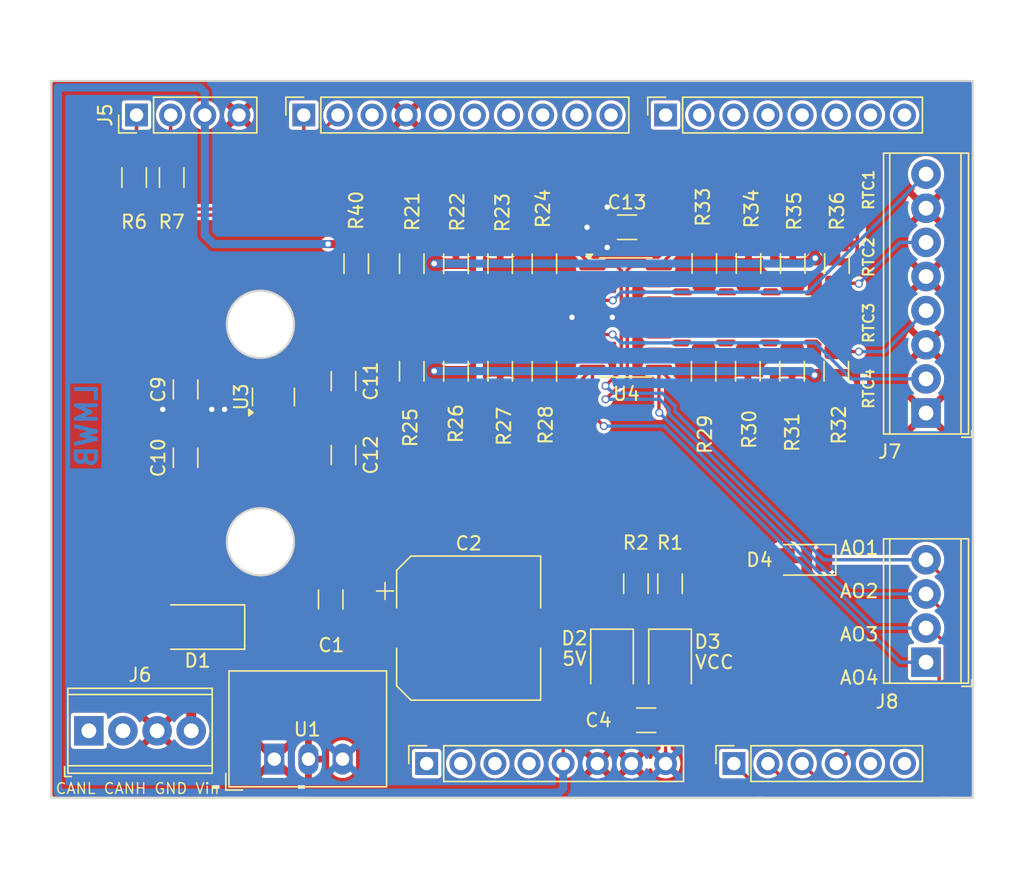
<source format=kicad_pcb>
(kicad_pcb (version 20240108) (generator "pcbnew") (generator_version "8.0")
  (title_block (date "mar. 31 mars 2015"))
  (layers (0 "F.Cu" signal) (31 "B.Cu" signal) (34 "B.Paste" user) (35 "F.Paste" user) (36 "B.SilkS" user "B.Silkscreen") (37 "F.SilkS" user "F.Silkscreen") (38 "B.Mask" user) (39 "F.Mask" user) (44 "Edge.Cuts" user))
  (net 0 "")
  (net 1 "GND")
  (net 2 "Net-(D1-K)")
  (net 3 "+5V")
  (net 4 "/IOREF")
  (net 5 "/A0")
  (net 6 "/A1")
  (net 7 "/A2")
  (net 8 "/A3")
  (net 9 "/SDA{slash}A4")
  (net 10 "/SCL{slash}A5")
  (net 11 "/13")
  (net 12 "/12")
  (net 13 "/AREF")
  (net 14 "/8")
  (net 15 "/7")
  (net 16 "/*11")
  (net 17 "/*10")
  (net 18 "/*9")
  (net 19 "/4")
  (net 20 "Net-(D2-K)")
  (net 21 "/*6")
  (net 22 "/*5")
  (net 23 "/TX{slash}1")
  (net 24 "Net-(D3-K)")
  (net 25 "/RX{slash}0")
  (net 26 "+3V3")
  (net 27 "VCC")
  (net 28 "/~{RESET}")
  (net 30 "VPP")
  (net 31 "/2")
  (net 32 "/*3")
  (net 33 "Net-(J5-Pin_1)")
  (net 34 "Net-(J5-Pin_2)")
  (net 35 "CAN_L-MB_A+")
  (net 36 "CAN_H-MB_B-")
  (net 37 "/A5")
  (net 38 "/A4")
  (net 39 "/messbruecke/PT100_2+")
  (net 40 "/messbruecke/PT100_3+")
  (net 41 "/messbruecke/PT100_1+")
  (net 42 "/messbruecke/PT100_4+")
  (net 43 "Net-(U4A--)")
  (net 44 "Net-(U4B--)")
  (net 45 "Net-(U4C--)")
  (net 46 "Net-(U4D--)")
  (net 47 "Vref")
  (footprint "Connector_PinSocket_2.54mm:PinSocket_1x08_P2.54mm_Vertical" (layer "F.Cu") (at 127.94 97.46 90)
    (property "Reference" "J1" (hide yes))
    (property "Value" "Power")
    (pad "1" thru_hole rect (at 0 0 90) (size 1.7 1.7) (drill 1) (layers "*.Cu" "*.Mask"))
    (pad "2" thru_hole oval (at 0 2.54 90) (size 1.7 1.7) (drill 1) (layers "*.Cu" "*.Mask") (net 4 "/IOREF"))
    (pad "3" thru_hole oval (at 0 5.08 90) (size 1.7 1.7) (drill 1) (layers "*.Cu" "*.Mask") (net 28 "/~{RESET}"))
    (pad "4" thru_hole oval (at 0 7.62 90) (size 1.7 1.7) (drill 1) (layers "*.Cu" "*.Mask") (net 26 "+3V3"))
    (pad "5" thru_hole oval (at 0 10.16 90) (size 1.7 1.7) (drill 1) (layers "*.Cu" "*.Mask") (net 3 "+5V"))
    (pad "6" thru_hole oval (at 0 12.7 90) (size 1.7 1.7) (drill 1) (layers "*.Cu" "*.Mask") (net 1 "GND"))
    (pad "7" thru_hole oval (at 0 15.24 90) (size 1.7 1.7) (drill 1) (layers "*.Cu" "*.Mask") (net 1 "GND"))
    (pad "8" thru_hole oval (at 0 17.78 90) (size 1.7 1.7) (drill 1) (layers "*.Cu" "*.Mask") (net 27 "VCC"))
  )
  (footprint "Connector_PinSocket_2.54mm:PinSocket_1x06_P2.54mm_Vertical" (layer "F.Cu") (at 150.8 97.46 90)
    (property "Reference" "J3" (hide yes))
    (property "Value" "Analog")
    (pad "1" thru_hole rect (at 0 0 90) (size 1.7 1.7) (drill 1) (layers "*.Cu" "*.Mask") (net 5 "/A0"))
    (pad "2" thru_hole oval (at 0 2.54 90) (size 1.7 1.7) (drill 1) (layers "*.Cu" "*.Mask") (net 6 "/A1"))
    (pad "3" thru_hole oval (at 0 5.08 90) (size 1.7 1.7) (drill 1) (layers "*.Cu" "*.Mask") (net 7 "/A2"))
    (pad "4" thru_hole oval (at 0 7.62 90) (size 1.7 1.7) (drill 1) (layers "*.Cu" "*.Mask") (net 8 "/A3"))
    (pad "5" thru_hole oval (at 0 10.16 90) (size 1.7 1.7) (drill 1) (layers "*.Cu" "*.Mask") (net 38 "/A4"))
    (pad "6" thru_hole oval (at 0 12.7 90) (size 1.7 1.7) (drill 1) (layers "*.Cu" "*.Mask") (net 37 "/A5"))
  )
  (footprint "Connector_PinSocket_2.54mm:PinSocket_1x10_P2.54mm_Vertical" (layer "F.Cu") (at 118.796 49.2 90)
    (property "Reference" "J2" (hide yes))
    (property "Value" "Digital/PWM")
    (pad "1" thru_hole rect (at 0 0 90) (size 1.7 1.7) (drill 1) (layers "*.Cu" "*.Mask") (net 10 "/SCL{slash}A5"))
    (pad "2" thru_hole oval (at 0 2.54 90) (size 1.7 1.7) (drill 1) (layers "*.Cu" "*.Mask") (net 9 "/SDA{slash}A4"))
    (pad "3" thru_hole oval (at 0 5.08 90) (size 1.7 1.7) (drill 1) (layers "*.Cu" "*.Mask") (net 13 "/AREF"))
    (pad "4" thru_hole oval (at 0 7.62 90) (size 1.7 1.7) (drill 1) (layers "*.Cu" "*.Mask") (net 1 "GND"))
    (pad "5" thru_hole oval (at 0 10.16 90) (size 1.7 1.7) (drill 1) (layers "*.Cu" "*.Mask") (net 11 "/13"))
    (pad "6" thru_hole oval (at 0 12.7 90) (size 1.7 1.7) (drill 1) (layers "*.Cu" "*.Mask") (net 12 "/12"))
    (pad "7" thru_hole oval (at 0 15.24 90) (size 1.7 1.7) (drill 1) (layers "*.Cu" "*.Mask") (net 16 "/*11"))
    (pad "8" thru_hole oval (at 0 17.78 90) (size 1.7 1.7) (drill 1) (layers "*.Cu" "*.Mask") (net 17 "/*10"))
    (pad "9" thru_hole oval (at 0 20.32 90) (size 1.7 1.7) (drill 1) (layers "*.Cu" "*.Mask") (net 18 "/*9"))
    (pad "10" thru_hole oval (at 0 22.86 90) (size 1.7 1.7) (drill 1) (layers "*.Cu" "*.Mask") (net 14 "/8"))
  )
  (footprint "Connector_PinSocket_2.54mm:PinSocket_1x08_P2.54mm_Vertical" (layer "F.Cu") (at 145.72 49.2 90)
    (property "Reference" "J4" (hide yes))
    (property "Value" "Digital/PWM")
    (pad "1" thru_hole rect (at 0 0 90) (size 1.7 1.7) (drill 1) (layers "*.Cu" "*.Mask") (net 15 "/7"))
    (pad "2" thru_hole oval (at 0 2.54 90) (size 1.7 1.7) (drill 1) (layers "*.Cu" "*.Mask") (net 21 "/*6"))
    (pad "3" thru_hole oval (at 0 5.08 90) (size 1.7 1.7) (drill 1) (layers "*.Cu" "*.Mask") (net 22 "/*5"))
    (pad "4" thru_hole oval (at 0 7.62 90) (size 1.7 1.7) (drill 1) (layers "*.Cu" "*.Mask") (net 19 "/4"))
    (pad "5" thru_hole oval (at 0 10.16 90) (size 1.7 1.7) (drill 1) (layers "*.Cu" "*.Mask") (net 32 "/*3"))
    (pad "6" thru_hole oval (at 0 12.7 90) (size 1.7 1.7) (drill 1) (layers "*.Cu" "*.Mask") (net 31 "/2"))
    (pad "7" thru_hole oval (at 0 15.24 90) (size 1.7 1.7) (drill 1) (layers "*.Cu" "*.Mask") (net 23 "/TX{slash}1"))
    (pad "8" thru_hole oval (at 0 17.78 90) (size 1.7 1.7) (drill 1) (layers "*.Cu" "*.Mask") (net 25 "/RX{slash}0"))
  )
  (footprint "Resistor_SMD:R_1206_3216Metric" (layer "F.Cu") (at 133.41 60.2625 90)
    (property "Reference" "R23" (at 3.8 0.175 90) (layer "F.SilkS"))
    (property "Value" "1k")
    (pad "1" smd roundrect (at -1.4625 0 90) (size 1.125 1.75) (layers "F.Cu" "F.Paste" "F.Mask") (roundrect_rratio 0.222222) (net 43 "Net-(U4A--)"))
    (pad "2" smd roundrect (at 1.4625 0 90) (size 1.125 1.75) (layers "F.Cu" "F.Paste" "F.Mask") (roundrect_rratio 0.222222) (net 1 "GND"))
  )
  (footprint "Connector_PinHeader_2.54mm:PinHeader_1x04_P2.54mm_Vertical" (layer "F.Cu") (at 106.35 49.2 90)
    (property "Reference" "J5" (at 0 -2.33 90) (layer "F.SilkS"))
    (property "Value" "Conn_01x04")
    (pad "1" thru_hole rect (at 0 0 90) (size 1.7 1.7) (drill 1) (layers "*.Cu" "*.Mask") (net 33 "Net-(J5-Pin_1)"))
    (pad "2" thru_hole oval (at 0 2.54 90) (size 1.7 1.7) (drill 1) (layers "*.Cu" "*.Mask") (net 34 "Net-(J5-Pin_2)"))
    (pad "3" thru_hole oval (at 0 5.08 90) (size 1.7 1.7) (drill 1) (layers "*.Cu" "*.Mask") (net 3 "+5V"))
    (pad "4" thru_hole oval (at 0 7.62 90) (size 1.7 1.7) (drill 1) (layers "*.Cu" "*.Mask") (net 1 "GND"))
  )
  (footprint "Capacitor_SMD:C_1206_3216Metric" (layer "F.Cu") (at 142.85 57.55)
    (property "Reference" "C13" (at 0 -1.850001 0) (layer "F.SilkS"))
    (property "Value" "0.1u")
    (pad "1" smd roundrect (at -1.475001 0) (size 1.15 1.8) (layers "F.Cu" "F.Paste" "F.Mask") (roundrect_rratio 0.217391) (net 27 "VCC"))
    (pad "2" smd roundrect (at 1.475001 0) (size 1.15 1.8) (layers "F.Cu" "F.Paste" "F.Mask") (roundrect_rratio 0.217391) (net 1 "GND"))
  )
  (footprint "Resistor_SMD:R_1206_3216Metric" (layer "F.Cu") (at 148.55 68.2625 90)
    (property "Reference" "R29" (at -4.7 0.1 90) (layer "F.SilkS"))
    (property "Value" "22k")
    (pad "1" smd roundrect (at -1.4625 0 90) (size 1.125 1.75) (layers "F.Cu" "F.Paste" "F.Mask") (roundrect_rratio 0.222222) (net 7 "/A2"))
    (pad "2" smd roundrect (at 1.4625 0 90) (size 1.125 1.75) (layers "F.Cu" "F.Paste" "F.Mask") (roundrect_rratio 0.222222) (net 45 "Net-(U4C--)"))
  )
  (footprint "Diode_SMD:D_1206_3216Metric" (layer "F.Cu") (at 156.1 82.3 180)
    (property "Reference" "D4" (at 3.4 0 360) (layer "F.SilkS"))
    (property "Value" "D_Zener")
    (pad "1" smd roundrect (at -1.399999 0 180) (size 1.25 1.75) (layers "F.Cu" "F.Paste" "F.Mask") (roundrect_rratio 0.2) (net 5 "/A0"))
    (pad "2" smd roundrect (at 1.399999 0 180) (size 1.25 1.75) (layers "F.Cu" "F.Paste" "F.Mask") (roundrect_rratio 0.2) (net 1 "GND"))
  )
  (footprint "Resistor_SMD:R_1206_3216Metric_Pad1.30x1.75mm_HandSolder" (layer "F.Cu") (at 146.05 84.074 90)
    (property "Reference" "R1" (at 3.048 0 180) (layer "F.SilkS"))
    (property "Value" "10k")
    (pad "1" smd roundrect (at -1.55 0 90) (size 1.3 1.75) (layers "F.Cu" "F.Paste" "F.Mask") (roundrect_rratio 0.1923076923) (net 24 "Net-(D3-K)"))
    (pad "2" smd roundrect (at 1.55 0 90) (size 1.3 1.75) (layers "F.Cu" "F.Paste" "F.Mask") (roundrect_rratio 0.1923076923) (net 1 "GND"))
  )
  (footprint "LED_SMD:LED_1210_3225Metric_Pad1.42x2.65mm_HandSolder" (layer "F.Cu") (at 146.05 89.916 -90)
    (property "Reference" "D3" (at -1.524 -2.794 0) (layer "F.SilkS"))
    (property "Value" "LED_YE")
    (pad "1" smd roundrect (at -1.4875 0 270) (size 1.425 2.65) (layers "F.Cu" "F.Paste" "F.Mask") (roundrect_rratio 0.1754392982) (net 24 "Net-(D3-K)"))
    (pad "2" smd roundrect (at 1.4875 0 270) (size 1.425 2.65) (layers "F.Cu" "F.Paste" "F.Mask") (roundrect_rratio 0.1754392982) (net 27 "VCC"))
  )
  (footprint "Resistor_SMD:R_1206_3216Metric_Pad1.30x1.75mm_HandSolder" (layer "F.Cu") (at 143.51 84.074 90)
    (property "Reference" "R2" (at 3.048 0 180) (layer "F.SilkS"))
    (property "Value" "3k3")
    (pad "1" smd roundrect (at -1.55 0 90) (size 1.3 1.75) (layers "F.Cu" "F.Paste" "F.Mask") (roundrect_rratio 0.1923076923) (net 20 "Net-(D2-K)"))
    (pad "2" smd roundrect (at 1.55 0 90) (size 1.3 1.75) (layers "F.Cu" "F.Paste" "F.Mask") (roundrect_rratio 0.1923076923) (net 1 "GND"))
  )
  (footprint "Resistor_SMD:R_1206_3216Metric" (layer "F.Cu") (at 130.12 60.2625 -90)
    (property "Reference" "R22" (at -3.85 -0.1 90) (layer "F.SilkS"))
    (property "Value" "10k")
    (pad "1" smd roundrect (at -1.4625 0 270) (size 1.125 1.75) (layers "F.Cu" "F.Paste" "F.Mask") (roundrect_rratio 0.222222) (net 47 "Vref"))
    (pad "2" smd roundrect (at 1.4625 0 270) (size 1.125 1.75) (layers "F.Cu" "F.Paste" "F.Mask") (roundrect_rratio 0.222222) (net 43 "Net-(U4A--)"))
  )
  (footprint "Capacitor_SMD:C_1206_3216Metric" (layer "F.Cu") (at 121.75 74.5 -90)
    (property "Reference" "C12" (at 0 -2.032 90) (layer "F.SilkS"))
    (property "Value" "0.1u")
    (pad "1" smd roundrect (at -1.475001 0 270) (size 1.15 1.8) (layers "F.Cu" "F.Paste" "F.Mask") (roundrect_rratio 0.217391) (net 47 "Vref"))
    (pad "2" smd roundrect (at 1.475001 0 270) (size 1.15 1.8) (layers "F.Cu" "F.Paste" "F.Mask") (roundrect_rratio 0.217391) (net 1 "GND"))
  )
  (footprint "TerminalBlock_Phoenix:TerminalBlock_Phoenix_MPT-0,5-8-2.54_1x08_P2.54mm_Horizontal" (layer "F.Cu") (at 165.1 71.374001 90)
    (property "Reference" "J7" (at -2.875999 -2.7 180) (layer "F.SilkS"))
    (property "Value" "Conn_01x08")
    (pad "1" thru_hole rect (at 0 0 90) (size 2.2 2.2) (drill 1.1) (layers "*.Cu" "*.Mask") (net 1 "GND"))
    (pad "2" thru_hole circle (at 2.54 0 90) (size 2.2 2.2) (drill 1.1) (layers "*.Cu" "*.Mask") (net 42 "/messbruecke/PT100_4+"))
    (pad "3" thru_hole circle (at 5.079999 0 90) (size 2.2 2.2) (drill 1.1) (layers "*.Cu" "*.Mask") (net 1 "GND"))
    (pad "4" thru_hole circle (at 7.62 0 90) (size 2.2 2.2) (drill 1.1) (layers "*.Cu" "*.Mask") (net 40 "/messbruecke/PT100_3+"))
    (pad "5" thru_hole circle (at 10.16 0 90) (size 2.2 2.2) (drill 1.1) (layers "*.Cu" "*.Mask") (net 1 "GND"))
    (pad "6" thru_hole circle (at 12.7 0 90) (size 2.2 2.2) (drill 1.1) (layers "*.Cu" "*.Mask") (net 39 "/messbruecke/PT100_2+"))
    (pad "7" thru_hole circle (at 15.24 0 90) (size 2.2 2.2) (drill 1.1) (layers "*.Cu" "*.Mask") (net 1 "GND"))
    (pad "8" thru_hole circle (at 17.780001 0 90) (size 2.2 2.2) (drill 1.1) (layers "*.Cu" "*.Mask") (net 41 "/messbruecke/PT100_1+"))
  )
  (footprint "Resistor_SMD:R_1206_3216Metric_Pad1.30x1.75mm_HandSolder" (layer "F.Cu") (at 106.172 53.848 90)
    (property "Reference" "R6" (at -3.302 0 0) (layer "F.SilkS"))
    (property "Value" "47")
    (pad "1" smd roundrect (at -1.55 0 90) (size 1.3 1.75) (layers "F.Cu" "F.Paste" "F.Mask") (roundrect_rratio 0.1923076923) (net 9 "/SDA{slash}A4"))
    (pad "2" smd roundrect (at 1.55 0 90) (size 1.3 1.75) (layers "F.Cu" "F.Paste" "F.Mask") (roundrect_rratio 0.1923076923) (net 33 "Net-(J5-Pin_1)"))
  )
  (footprint "TerminalBlock_Phoenix:TerminalBlock_Phoenix_MPT-0,5-4-2.54_1x04_P2.54mm_Horizontal" (layer "F.Cu") (at 102.8 95.02)
    (property "Reference" "J6" (at 3.81 -4.16 0) (layer "F.SilkS"))
    (property "Value" "Conn_01x04")
    (pad "1" thru_hole rect (at 0 0) (size 2.2 2.2) (drill 1.1) (layers "*.Cu" "*.Mask") (net 35 "CAN_L-MB_A+"))
    (pad "2" thru_hole circle (at 2.54 0) (size 2.2 2.2) (drill 1.1) (layers "*.Cu" "*.Mask") (net 36 "CAN_H-MB_B-"))
    (pad "3" thru_hole circle (at 5.08 0) (size 2.2 2.2) (drill 1.1) (layers "*.Cu" "*.Mask") (net 1 "GND"))
    (pad "4" thru_hole circle (at 7.62 0) (size 2.2 2.2) (drill 1.1) (layers "*.Cu" "*.Mask") (net 30 "VPP"))
  )
  (footprint "Resistor_SMD:R_1206_3216Metric" (layer "F.Cu") (at 151.89 60.25 90)
    (property "Reference" "R34" (at 4.075 0.23 90) (layer "F.SilkS"))
    (property "Value" "1k")
    (pad "1" smd roundrect (at -1.4625 0 90) (size 1.125 1.75) (layers "F.Cu" "F.Paste" "F.Mask") (roundrect_rratio 0.222222) (net 46 "Net-(U4D--)"))
    (pad "2" smd roundrect (at 1.4625 0 90) (size 1.125 1.75) (layers "F.Cu" "F.Paste" "F.Mask") (roundrect_rratio 0.222222) (net 1 "GND"))
  )
  (footprint "Resistor_SMD:R_1206_3216Metric" (layer "F.Cu") (at 155.13 68.2625 90)
    (property "Reference" "R31" (at -4.55 0.02 90) (layer "F.SilkS"))
    (property "Value" "10k")
    (pad "1" smd roundrect (at -1.4625 0 90) (size 1.125 1.75) (layers "F.Cu" "F.Paste" "F.Mask") (roundrect_rratio 0.222222) (net 47 "Vref"))
    (pad "2" smd roundrect (at 1.4625 0 90) (size 1.125 1.75) (layers "F.Cu" "F.Paste" "F.Mask") (roundrect_rratio 0.222222) (net 45 "Net-(U4C--)"))
  )
  (footprint "Resistor_SMD:R_1206_3216Metric" (layer "F.Cu") (at 122.7 60.2625 -90)
    (property "Reference" "R40" (at -3.9625 0 90) (layer "F.SilkS"))
    (property "Value" "0")
    (pad "1" smd roundrect (at -1.4625 0 270) (size 1.125 1.75) (layers "F.Cu" "F.Paste" "F.Mask") (roundrect_rratio 0.222222) (net 3 "+5V"))
    (pad "2" smd roundrect (at 1.4625 0 270) (size 1.125 1.75) (layers "F.Cu" "F.Paste" "F.Mask") (roundrect_rratio 0.222222) (net 47 "Vref"))
  )
  (footprint "Resistor_SMD:R_1206_3216Metric" (layer "F.Cu") (at 158.47 60.25 -90)
    (property "Reference" "R36" (at -3.9 -0.01 90) (layer "F.SilkS"))
    (property "Value" "10k")
    (pad "1" smd roundrect (at -1.4625 0 270) (size 1.125 1.75) (layers "F.Cu" "F.Paste" "F.Mask") (roundrect_rratio 0.222222) (net 47 "Vref"))
    (pad "2" smd roundrect (at 1.4625 0 270) (size 1.125 1.75) (layers "F.Cu" "F.Paste" "F.Mask") (roundrect_rratio 0.222222) (net 39 "/messbruecke/PT100_2+"))
  )
  (footprint "Diode_SMD:D_SMA" (layer "F.Cu") (at 110.89 87.3 180)
    (property "Reference" "D1" (at 0 -2.5 0) (layer "F.SilkS"))
    (property "Value" "US1D")
    (pad "1" smd roundrect (at -2 0 180) (size 2.5 1.8) (layers "F.Cu" "F.Paste" "F.Mask") (roundrect_rratio 0.1388888889) (net 2 "Net-(D1-K)"))
    (pad "2" smd roundrect (at 2 0 180) (size 2.5 1.8) (layers "F.Cu" "F.Paste" "F.Mask") (roundrect_rratio 0.1388888889) (net 30 "VPP"))
  )
  (footprint "Package_TO_SOT_SMD:SOT-23" (layer "F.Cu") (at 116.5375 70.175 90)
    (property "Reference" "U3" (at 0 -2.4 90) (layer "F.SilkS"))
    (property "Value" "MAX6105")
    (pad "1" smd roundrect (at -0.9375 -0.95 90) (size 1.475 0.6) (layers "F.Cu" "F.Paste" "F.Mask") (net 27 "VCC"))
    (pad "2" smd roundrect (at -0.9375 0.95 90) (size 1.475 0.6) (layers "F.Cu" "F.Paste" "F.Mask") (net 47 "Vref"))
    (pad "3" smd roundrect (at 0.937501 0 90) (size 1.475 0.6) (layers "F.Cu" "F.Paste" "F.Mask") (net 1 "GND"))
  )
  (footprint "Resistor_SMD:R_1206_3216Metric" (layer "F.Cu") (at 130.12 68.2625 90)
    (property "Reference" "R26" (at -3.9 0 90) (layer "F.SilkS"))
    (property "Value" "10k")
    (pad "1" smd roundrect (at -1.4625 0 90) (size 1.125 1.75) (layers "F.Cu" "F.Paste" "F.Mask") (roundrect_rratio 0.222222) (net 47 "Vref"))
    (pad "2" smd roundrect (at 1.4625 0 90) (size 1.125 1.75) (layers "F.Cu" "F.Paste" "F.Mask") (roundrect_rratio 0.222222) (net 44 "Net-(U4B--)"))
  )
  (footprint "Resistor_SMD:R_1206_3216Metric" (layer "F.Cu") (at 136.7 60.2625 -90)
    (property "Reference" "R24" (at -4.1 0.1 90) (layer "F.SilkS"))
    (property "Value" "22k")
    (pad "1" smd roundrect (at -1.4625 0 270) (size 1.125 1.75) (layers "F.Cu" "F.Paste" "F.Mask") (roundrect_rratio 0.222222) (net 5 "/A0"))
    (pad "2" smd roundrect (at 1.4625 0 270) (size 1.125 1.75) (layers "F.Cu" "F.Paste" "F.Mask") (roundrect_rratio 0.222222) (net 43 "Net-(U4A--)"))
  )
  (footprint "Resistor_SMD:R_1206_3216Metric" (layer "F.Cu") (at 155.18 60.25 -90)
    (property "Reference" "R35" (at -3.9 -0.115 90) (layer "F.SilkS"))
    (property "Value" "10k")
    (pad "1" smd roundrect (at -1.4625 0 270) (size 1.125 1.75) (layers "F.Cu" "F.Paste" "F.Mask") (roundrect_rratio 0.222222) (net 47 "Vref"))
    (pad "2" smd roundrect (at 1.4625 0 270) (size 1.125 1.75) (layers "F.Cu" "F.Paste" "F.Mask") (roundrect_rratio 0.222222) (net 46 "Net-(U4D--)"))
  )
  (footprint "Resistor_SMD:R_1206_3216Metric" (layer "F.Cu") (at 136.7 68.2625 90)
    (property "Reference" "R28" (at -4 0.1 90) (layer "F.SilkS"))
    (property "Value" "22k")
    (pad "1" smd roundrect (at -1.4625 0 90) (size 1.125 1.75) (layers "F.Cu" "F.Paste" "F.Mask") (roundrect_rratio 0.222222) (net 8 "/A3"))
    (pad "2" smd roundrect (at 1.4625 0 90) (size 1.125 1.75) (layers "F.Cu" "F.Paste" "F.Mask") (roundrect_rratio 0.222222) (net 44 "Net-(U4B--)"))
  )
  (footprint "Capacitor_SMD:C_1206_3216Metric" (layer "F.Cu") (at 110 74.7 -90)
    (property "Reference" "C10" (at 0 2.032 90) (layer "F.SilkS"))
    (property "Value" "10u")
    (pad "1" smd roundrect (at -1.475001 0 270) (size 1.15 1.8) (layers "F.Cu" "F.Paste" "F.Mask") (roundrect_rratio 0.217391) (net 27 "VCC"))
    (pad "2" smd roundrect (at 1.475001 0 270) (size 1.15 1.8) (layers "F.Cu" "F.Paste" "F.Mask") (roundrect_rratio 0.217391) (net 1 "GND"))
  )
  (footprint "LED_SMD:LED_1210_3225Metric_Pad1.42x2.65mm_HandSolder" (layer "F.Cu") (at 141.732 89.916 -90)
    (property "Reference" "D2" (at -1.778 2.794 0) (layer "F.SilkS"))
    (property "Value" "LED_YE")
    (pad "1" smd roundrect (at -1.4875 0 270) (size 1.425 2.65) (layers "F.Cu" "F.Paste" "F.Mask") (roundrect_rratio 0.1754392982) (net 20 "Net-(D2-K)"))
    (pad "2" smd roundrect (at 1.4875 0 270) (size 1.425 2.65) (layers "F.Cu" "F.Paste" "F.Mask") (roundrect_rratio 0.1754392982) (net 3 "+5V"))
  )
  (footprint "Capacitor_SMD:C_1206_3216Metric" (layer "F.Cu") (at 121.75 69 90)
    (property "Reference" "C11" (at 0 2.032 90) (layer "F.SilkS"))
    (property "Value" "1u")
    (pad "1" smd roundrect (at -1.475001 0 90) (size 1.15 1.8) (layers "F.Cu" "F.Paste" "F.Mask") (roundrect_rratio 0.217391) (net 47 "Vref"))
    (pad "2" smd roundrect (at 1.475001 0 90) (size 1.15 1.8) (layers "F.Cu" "F.Paste" "F.Mask") (roundrect_rratio 0.217391) (net 1 "GND"))
  )
  (footprint "Resistor_SMD:R_1206_3216Metric" (layer "F.Cu") (at 158.42 68.2625 90)
    (property "Reference" "R32" (at -4 0.2 90) (layer "F.SilkS"))
    (property "Value" "10k")
    (pad "1" smd roundrect (at -1.4625 0 90) (size 1.125 1.75) (layers "F.Cu" "F.Paste" "F.Mask") (roundrect_rratio 0.222222) (net 47 "Vref"))
    (pad "2" smd roundrect (at 1.4625 0 90) (size 1.125 1.75) (layers "F.Cu" "F.Paste" "F.Mask") (roundrect_rratio 0.222222) (net 40 "/messbruecke/PT100_3+"))
  )
  (footprint "Resistor_SMD:R_1206_3216Metric" (layer "F.Cu") (at 151.84 68.2625 -90)
    (property "Reference" "R30" (at 4.325 -0.11 90) (layer "F.SilkS"))
    (property "Value" "1k")
    (pad "1" smd roundrect (at -1.4625 0 270) (size 1.125 1.75) (layers "F.Cu" "F.Paste" "F.Mask") (roundrect_rratio 0.222222) (net 45 "Net-(U4C--)"))
    (pad "2" smd roundrect (at 1.4625 0 270) (size 1.125 1.75) (layers "F.Cu" "F.Paste" "F.Mask") (roundrect_rratio 0.222222) (net 1 "GND"))
  )
  (footprint "Capacitor_SMD:C_1206_3216Metric_Pad1.33x1.80mm_HandSolder" (layer "F.Cu") (at 144.272 94.234 180)
    (property "Reference" "C4" (at 3.556 0 0) (layer "F.SilkS"))
    (property "Value" "100n")
    (pad "1" smd roundrect (at -1.5625 0 180) (size 1.325 1.8) (layers "F.Cu" "F.Paste" "F.Mask") (roundrect_rratio 0.1886792453) (net 27 "VCC"))
    (pad "2" smd roundrect (at 1.5625 0 180) (size 1.325 1.8) (layers "F.Cu" "F.Paste" "F.Mask") (roundrect_rratio 0.1886792453) (net 1 "GND"))
  )
  (footprint "Capacitor_SMD:C_1206_3216Metric_Pad1.33x1.80mm_HandSolder" (layer "F.Cu") (at 120.8 85.25 90)
    (property "Reference" "C1" (at -3.4 0.05 0) (layer "F.SilkS"))
    (property "Value" "100n")
    (pad "1" smd roundrect (at -1.5625 0 90) (size 1.325 1.8) (layers "F.Cu" "F.Paste" "F.Mask") (roundrect_rratio 0.1886792453) (net 2 "Net-(D1-K)"))
    (pad "2" smd roundrect (at 1.5625 0 90) (size 1.325 1.8) (layers "F.Cu" "F.Paste" "F.Mask") (roundrect_rratio 0.1886792453) (net 1 "GND"))
  )
  (footprint "TerminalBlock_Phoenix:TerminalBlock_Phoenix_MPT-0,5-4-2.54_1x04_P2.54mm_Horizontal" (layer "F.Cu") (at 165.1 89.916 90)
    (property "Reference" "J8" (at -2.934 -2.9 180) (layer "F.SilkS"))
    (property "Value" "Conn_01x04")
    (pad "1" thru_hole rect (at 0 0 90) (size 2.2 2.2) (drill 1.1) (layers "*.Cu" "*.Mask") (net 8 "/A3"))
    (pad "2" thru_hole circle (at 2.54 0 90) (size 2.2 2.2) (drill 1.1) (layers "*.Cu" "*.Mask") (net 7 "/A2"))
    (pad "3" thru_hole circle (at 5.079999 0 90) (size 2.2 2.2) (drill 1.1) (layers "*.Cu" "*.Mask") (net 6 "/A1"))
    (pad "4" thru_hole circle (at 7.62 0 90) (size 2.2 2.2) (drill 1.1) (layers "*.Cu" "*.Mask") (net 5 "/A0"))
  )
  (footprint "Resistor_SMD:R_1206_3216Metric" (layer "F.Cu") (at 148.6 60.25 -90)
    (property "Reference" "R33" (at -4.2 0.1 90) (layer "F.SilkS"))
    (property "Value" "22k")
    (pad "1" smd roundrect (at -1.4625 0 270) (size 1.125 1.75) (layers "F.Cu" "F.Paste" "F.Mask") (roundrect_rratio 0.222222) (net 6 "/A1"))
    (pad "2" smd roundrect (at 1.4625 0 270) (size 1.125 1.75) (layers "F.Cu" "F.Paste" "F.Mask") (roundrect_rratio 0.222222) (net 46 "Net-(U4D--)"))
  )
  (footprint "Resistor_SMD:R_1206_3216Metric" (layer "F.Cu") (at 133.41 68.2625 -90)
    (property "Reference" "R27" (at 4.1 -0.29 90) (layer "F.SilkS"))
    (property "Value" "1k")
    (pad "1" smd roundrect (at -1.4625 0 270) (size 1.125 1.75) (layers "F.Cu" "F.Paste" "F.Mask") (roundrect_rratio 0.222222) (net 44 "Net-(U4B--)"))
    (pad "2" smd roundrect (at 1.4625 0 270) (size 1.125 1.75) (layers "F.Cu" "F.Paste" "F.Mask") (roundrect_rratio 0.222222) (net 1 "GND"))
  )
  (footprint "Package_SO:SOIC-14_3.9x8.7mm_P1.27mm" (layer "F.Cu") (at 142.748 64.262)
    (property "Reference" "U4" (at 0.052 5.688 0) (layer "F.SilkS"))
    (property "Value" "LM324")
    (pad "1" smd roundrect (at -2.475 -3.81) (size 1.95 0.6) (layers "F.Cu" "F.Paste" "F.Mask") (net 5 "/A0"))
    (pad "2" smd roundrect (at -2.475 -2.54) (size 1.95 0.6) (layers "F.Cu" "F.Paste" "F.Mask") (net 43 "Net-(U4A--)"))
    (pad "3" smd roundrect (at -2.475 -1.27) (size 1.95 0.6) (layers "F.Cu" "F.Paste" "F.Mask") (net 41 "/messbruecke/PT100_1+"))
    (pad "4" smd roundrect (at -2.475 0) (size 1.95 0.6) (layers "F.Cu" "F.Paste" "F.Mask") (net 27 "VCC"))
    (pad "5" smd roundrect (at -2.475 1.27) (size 1.95 0.6) (layers "F.Cu" "F.Paste" "F.Mask") (net 42 "/messbruecke/PT100_4+"))
    (pad "6" smd roundrect (at -2.475 2.54) (size 1.95 0.6) (layers "F.Cu" "F.Paste" "F.Mask") (net 44 "Net-(U4B--)"))
    (pad "7" smd roundrect (at -2.475 3.81) (size 1.95 0.6) (layers "F.Cu" "F.Paste" "F.Mask") (net 8 "/A3"))
    (pad "8" smd roundrect (at 2.475 3.81) (size 1.95 0.6) (layers "F.Cu" "F.Paste" "F.Mask") (net 7 "/A2"))
    (pad "9" smd roundrect (at 2.475 2.54) (size 1.95 0.6) (layers "F.Cu" "F.Paste" "F.Mask") (net 45 "Net-(U4C--)"))
    (pad "10" smd roundrect (at 2.475 1.27) (size 1.95 0.6) (layers "F.Cu" "F.Paste" "F.Mask") (net 40 "/messbruecke/PT100_3+"))
    (pad "11" smd roundrect (at 2.475 0) (size 1.95 0.6) (layers "F.Cu" "F.Paste" "F.Mask") (net 1 "GND"))
    (pad "12" smd roundrect (at 2.475 -1.27) (size 1.95 0.6) (layers "F.Cu" "F.Paste" "F.Mask") (net 39 "/messbruecke/PT100_2+"))
    (pad "13" smd roundrect (at 2.475 -2.54) (size 1.95 0.6) (layers "F.Cu" "F.Paste" "F.Mask") (net 46 "Net-(U4D--)"))
    (pad "14" smd roundrect (at 2.475 -3.81) (size 1.95 0.6) (layers "F.Cu" "F.Paste" "F.Mask") (net 6 "/A1"))
  )
  (footprint "Converter_DCDC:Converter_DCDC_RECOM_R-78E-0.5_THT" (layer "F.Cu") (at 116.603 97.1275)
    (property "Reference" "U1" (at 2.447 -2.2075 0) (layer "F.SilkS"))
    (property "Value" "R-78E9.0-0.5")
    (pad "1" thru_hole rect (at 0 0) (size 1.5 2.3) (drill 1) (layers "*.Cu" "*.Mask") (net 2 "Net-(D1-K)"))
    (pad "2" thru_hole oval (at 2.54 0) (size 1.5 2.3) (drill 1) (layers "*.Cu" "*.Mask") (net 1 "GND"))
    (pad "3" thru_hole oval (at 5.08 0) (size 1.5 2.3) (drill 1) (layers "*.Cu" "*.Mask") (net 27 "VCC"))
  )
  (footprint "Resistor_SMD:R_1206_3216Metric_Pad1.30x1.75mm_HandSolder" (layer "F.Cu") (at 108.966 53.848 90)
    (property "Reference" "R7" (at -3.302 0 180) (layer "F.SilkS"))
    (property "Value" "47")
    (pad "1" smd roundrect (at -1.55 0 90) (size 1.3 1.75) (layers "F.Cu" "F.Paste" "F.Mask") (roundrect_rratio 0.1923076923) (net 10 "/SCL{slash}A5"))
    (pad "2" smd roundrect (at 1.55 0 90) (size 1.3 1.75) (layers "F.Cu" "F.Paste" "F.Mask") (roundrect_rratio 0.1923076923) (net 34 "Net-(J5-Pin_2)"))
  )
  (footprint "Resistor_SMD:R_1206_3216Metric" (layer "F.Cu") (at 126.83 68.2625 90)
    (property "Reference" "R25" (at -4.2 -0.1 90) (layer "F.SilkS"))
    (property "Value" "10k")
    (pad "1" smd roundrect (at -1.4625 0 90) (size 1.125 1.75) (layers "F.Cu" "F.Paste" "F.Mask") (roundrect_rratio 0.222222) (net 47 "Vref"))
    (pad "2" smd roundrect (at 1.4625 0 90) (size 1.125 1.75) (layers "F.Cu" "F.Paste" "F.Mask") (roundrect_rratio 0.222222) (net 42 "/messbruecke/PT100_4+"))
  )
  (footprint "Resistor_SMD:R_1206_3216Metric" (layer "F.Cu") (at 126.83 60.2625 -90)
    (property "Reference" "R21" (at -3.875 -0.05 90) (layer "F.SilkS"))
    (property "Value" "10k")
    (pad "1" smd roundrect (at -1.4625 0 270) (size 1.125 1.75) (layers "F.Cu" "F.Paste" "F.Mask") (roundrect_rratio 0.222222) (net 47 "Vref"))
    (pad "2" smd roundrect (at 1.4625 0 270) (size 1.125 1.75) (layers "F.Cu" "F.Paste" "F.Mask") (roundrect_rratio 0.222222) (net 41 "/messbruecke/PT100_1+"))
  )
  (footprint "Capacitor_SMD:C_1206_3216Metric" (layer "F.Cu") (at 110 69.624999 90)
    (property "Reference" "C9" (at 0 -2.032 90) (layer "F.SilkS"))
    (property "Value" "0.1u")
    (pad "1" smd roundrect (at -1.475001 0 90) (size 1.15 1.8) (layers "F.Cu" "F.Paste" "F.Mask") (roundrect_rratio 0.217391) (net 27 "VCC"))
    (pad "2" smd roundrect (at 1.475001 0 90) (size 1.15 1.8) (layers "F.Cu" "F.Paste" "F.Mask") (roundrect_rratio 0.217391) (net 1 "GND"))
  )
  (footprint "Capacitor_SMD:CP_Elec_10x12.5" (layer "F.Cu") (at 131.064 87.376)
    (property "Reference" "C2" (at 0 -6.3 0) (layer "F.SilkS"))
    (property "Value" "47u")
    (pad "1" smd roundrect (at -4.2 0) (size 4.4 2.5) (layers "F.Cu" "F.Paste" "F.Mask") (roundrect_rratio 0.1) (net 2 "Net-(D1-K)"))
    (pad "2" smd roundrect (at 4.2 0) (size 4.4 2.5) (layers "F.Cu" "F.Paste" "F.Mask") (roundrect_rratio 0.1) (net 1 "GND"))
  )
  (gr_circle (center 115.57 64.77) (end 118.07 64.77) (stroke (width 0.15)) (fill none) (layer "Edge.Cuts"))
  (gr_rect (start 99.9998 46.6598) (end 168.5798 99.9998) (stroke (width 0.15)) (fill none) (layer "Edge.Cuts"))
  (gr_circle (center 115.57 80.95) (end 118.07 80.95) (stroke (width 0.15)) (fill none) (layer "Edge.Cuts"))
  (gr_text "LMWB" (at 102.65 72.3 90) (layer "B.Cu") (effects (font (size 1.5 1.5) (thickness 0.3)) (justify mirror)))
  (gr_text "VCC" (at 149.352 89.916 0) (layer "F.SilkS") (effects (font (size 1 1))))
  (gr_text "AO1\n\nAO2\n\nAO3\n\nAO4" (at 158.6 91.65 0) (layer "F.SilkS") (effects (font (size 1 1)) (justify left bottom)))
  (gr_text "RTC2" (at 161.3 61.35 90) (layer "F.SilkS") (effects (font (size 0.8 0.8)) (justify left bottom)))
  (gr_text "RTC1" (at 161.3 56.35 90) (layer "F.SilkS") (effects (font (size 0.8 0.8)) (justify left bottom)))
  (gr_text "CANL CANH GND Vin" (at 106.426 99.314 0) (layer "F.SilkS") (effects (font (size 0.8 0.8) (thickness 0.1))))
  (gr_text "5V" (at 138.938 89.662 0) (layer "F.SilkS") (effects (font (size 1 1))))
  (gr_text "RTC4" (at 161.3 71.15 90) (layer "F.SilkS") (effects (font (size 0.8 0.8)) (justify left bottom)))
  (gr_text "RTC3" (at 161.3 66.25 90) (layer "F.SilkS") (effects (font (size 0.8 0.8)) (justify left bottom)))
  (segment (start 138.1 91.9) (end 138.5965 91.4035) (width 0.25) (layer "F.Cu") (net 3))
  (segment (start 138.1 97.46) (end 138.1 91.9) (width 0.25) (layer "F.Cu") (net 3))
  (segment (start 138.5965 91.4035) (end 141.732 91.4035) (width 0.25) (layer "F.Cu") (net 3))
  (segment (start 120.6 58.8) (end 122.7 58.8) (width 0.6) (layer "F.Cu") (net 3))
  (via (at 120.6 58.8) (size 0.6) (drill 0.4) (layers "F.Cu" "B.Cu") (net 3))
  (segment (start 111.43 47.53) (end 111.05 47.15) (width 0.6) (layer "B.Cu") (net 3))
  (segment (start 100.5 47.15) (end 100.5 99.6248) (width 0.6) (layer "B.Cu") (net 3))
  (segment (start 111.43 58.13) (end 112.1 58.8) (width 0.6) (layer "B.Cu") (net 3))
  (segment (start 111.05 47.15) (end 100.5 47.15) (width 0.6) (layer "B.Cu") (net 3))
  (segment (start 138.1 99.3) (end 138.1 97.46) (width 0.6) (layer "B.Cu") (net 3))
  (segment (start 137.7752 99.6248) (end 138.1 99.3) (width 0.6) (layer "B.Cu") (net 3))
  (segment (start 111.43 49.2) (end 111.43 47.53) (width 0.6) (layer "B.Cu") (net 3))
  (segment (start 111.43 49.2) (end 111.43 58.13) (width 0.6) (layer "B.Cu") (net 3))
  (segment (start 100.5 99.6248) (end 137.7752 99.6248) (width 0.6) (layer "B.Cu") (net 3))
  (segment (start 112.1 58.8) (end 120.6 58.8) (width 0.6) (layer "B.Cu") (net 3))
  (segment (start 165.1 82.3) (end 167.425 84.625) (width 0.25) (layer "F.Cu") (net 5))
  (segment (start 166.1502 99.7998) (end 153.1398 99.7998) (width 0.25) (layer "F.Cu") (net 5))
  (segment (start 136.7 58.8) (end 138.621 58.8) (width 0.25) (layer "F.Cu") (net 5))
  (segment (start 141.250003 69.35) (end 142.417 68.183003) (width 0.25) (layer "F.Cu") (net 5))
  (segment (start 142.417 68.183003) (end 142.417 60.767) (width 0.25) (layer "F.Cu") (net 5))
  (segment (start 157.503999 82.296) (end 157.499999 82.3) (width 0.25) (layer "F.Cu") (net 5))
  (segment (start 142.417 60.767) (end 142.102 60.452) (width 0.25) (layer "F.Cu") (net 5))
  (segment (start 167.425 98.525) (end 166.1502 99.7998) (width 0.25) (layer "F.Cu") (net 5))
  (segment (start 165.1 82.296) (end 157.503999 82.296) (width 0.25) (layer "F.Cu") (net 5))
  (segment (start 142.102 60.452) (end 140.273 60.452) (width 0.25) (layer "F.Cu") (net 5))
  (segment (start 138.621 58.8) (end 140.273 60.452) (width 0.25) (layer "F.Cu") (net 5))
  (segment (start 153.1398 99.7998) (end 150.8 97.46) (width 0.25) (layer "F.Cu") (net 5))
  (segment (start 165.1 82.296) (end 165.1 82.3) (width 0.25) (layer "F.Cu") (net 5))
  (segment (start 167.425 84.625) (end 167.425 98.525) (width 0.25) (layer "F.Cu") (net 5))
  (via (at 141.250003 69.35) (size 0.6) (drill 0.4) (layers "F.Cu" "B.Cu") (net 5))
  (segment (start 146.425 71.249672) (end 157.471328 82.296) (width 0.25) (layer "B.Cu") (net 5))
  (segment (start 157.471328 82.296) (end 165.1 82.296) (width 0.25) (layer "B.Cu") (net 5))
  (segment (start 141.825304 69.900002) (end 145.464239 69.900002) (width 0.25) (layer "B.Cu") (net 5))
  (segment (start 141.250003 69.35) (end 141.525005 69.625002) (width 0.25) (layer "B.Cu") (net 5))
  (segment (start 141.550304 69.625002) (end 141.825304 69.900002) (width 0.25) (layer "B.Cu") (net 5))
  (segment (start 145.464239 69.900002) (end 146.425 70.860763) (width 0.25) (layer "B.Cu") (net 5))
  (segment (start 146.425 70.860763) (end 146.425 71.249672) (width 0.25) (layer "B.Cu") (net 5))
  (segment (start 141.525005 69.625002) (end 141.550304 69.625002) (width 0.25) (layer "B.Cu") (net 5))
  (segment (start 141.550308 70.075) (end 142.867 68.758308) (width 0.25) (layer "F.Cu") (net 6))
  (segment (start 148.6 58.7875) (end 146.8875 58.7875) (width 0.25) (layer "F.Cu") (net 6))
  (segment (start 143.148 60.452) (end 145.223 60.452) (width 0.25) (layer "F.Cu") (net 6))
  (segment (start 142.867 68.758308) (end 142.867 60.733) (width 0.25) (layer "F.Cu") (net 6))
  (segment (start 165.963804 99.3498) (end 155.2298 99.3498) (width 0.25) (layer "F.Cu") (net 6))
  (segment (start 141.249999 70.350002) (end 141.525001 70.075) (width 0.25) (layer "F.Cu") (net 6))
  (segment (start 141.525001 70.075) (end 141.550308 70.075) (width 0.25) (layer "F.Cu") (net 6))
  (segment (start 146.8875 58.7875) (end 145.223 60.452) (width 0.25) (layer "F.Cu") (net 6))
  (segment (start 166.975 98.338604) (end 165.963804 99.3498) (width 0.25) (layer "F.Cu") (net 6))
  (segment (start 155.2298 99.3498) (end 153.34 97.46) (width 0.25) (layer "F.Cu") (net 6))
  (segment (start 165.1 84.836001) (end 166.975 86.711001) (width 0.25) (layer "F.Cu") (net 6))
  (segment (start 166.975 86.711001) (end 166.975 98.338604) (width 0.25) (layer "F.Cu") (net 6))
  (segment (start 142.867 60.733) (end 143.148 60.452) (width 0.25) (layer "F.Cu") (net 6))
  (via (at 141.249999 70.350002) (size 0.6) (drill 0.4) (layers "F.Cu" "B.Cu") (net 6))
  (segment (start 145.975 71.047159) (end 145.975 71.436068) (width 0.25) (layer "B.Cu") (net 6))
  (segment (start 141.249999 70.350002) (end 145.277843 70.350002) (width 0.25) (layer "B.Cu") (net 6))
  (segment (start 145.975 71.436068) (end 159.374933 84.836001) (width 0.25) (layer "B.Cu") (net 6))
  (segment (start 159.374933 84.836001) (end 165.1 84.836001) (width 0.25) (layer "B.Cu") (net 6))
  (segment (start 145.277843 70.350002) (end 145.975 71.047159) (width 0.25) (layer "B.Cu") (net 6))
  (segment (start 145.223 71.320464) (end 145.223 68.072) (width 0.25) (layer "F.Cu") (net 7))
  (segment (start 165.41 87.376) (end 166.525 88.491) (width 0.25) (layer "F.Cu") (net 7))
  (segment (start 166.525 88.491) (end 166.525 98.152208) (width 0.25) (layer "F.Cu") (net 7))
  (segment (start 165.1 87.376) (end 165.41 87.376) (width 0.25) (layer "F.Cu") (net 7))
  (segment (start 157.3198 98.8998) (end 155.88 97.46) (width 0.25) (layer "F.Cu") (net 7))
  (segment (start 166.525 98.152208) (end 165.777408 98.8998) (width 0.25) (layer "F.Cu") (net 7))
  (segment (start 165.777408 98.8998) (end 157.3198 98.8998) (width 0.25) (layer "F.Cu") (net 7))
  (segment (start 145.25 71.347464) (end 145.223 71.320464) (width 0.25) (layer "F.Cu") (net 7))
  (segment (start 146.876 69.725) (end 145.223 68.072) (width 0.25) (layer "F.Cu") (net 7))
  (segment (start 148.55 69.725) (end 146.876 69.725) (width 0.25) (layer "F.Cu") (net 7))
  (via (at 145.25 71.347464) (size 0.6) (drill 0.4) (layers "F.Cu" "B.Cu") (net 7))
  (segment (start 161.278536 87.376) (end 165.1 87.376) (width 0.25) (layer "B.Cu") (net 7))
  (segment (start 145.25 71.347464) (end 161.278536 87.376) (width 0.25) (layer "B.Cu") (net 7))
  (segment (start 159.78 96.1) (end 158.42 97.46) (width 0.25) (layer "F.Cu") (net 8))
  (segment (start 165.1 89.916) (end 166.075 90.891) (width 0.25) (layer "F.Cu") (net 8))
  (segment (start 165.5 96.1) (end 159.78 96.1) (width 0.25) (layer "F.Cu") (net 8))
  (segment (start 166.075 90.891) (end 166.075 95.525) (width 0.25) (layer "F.Cu") (net 8))
  (segment (start 141.121631 72.345833) (end 140.273 71.497202) (width 0.25) (layer "F.Cu") (net 8))
  (segment (start 140.273 71.497202) (end 140.273 68.072) (width 0.25) (layer "F.Cu") (net 8))
  (segment (start 166.075 95.525) (end 165.5 96.1) (width 0.25) (layer "F.Cu") (net 8))
  (segment (start 138.62 69.725) (end 140.273 68.072) (width 0.25) (layer "F.Cu") (net 8))
  (segment (start 136.7 69.725) (end 138.62 69.725) (width 0.25) (layer "F.Cu") (net 8))
  (via (at 141.121631 72.345833) (size 0.6) (drill 0.4) (layers "F.Cu" "B.Cu") (net 8))
  (segment (start 145.611973 72.345833) (end 163.18214 89.916) (width 0.25) (layer "B.Cu") (net 8))
  (segment (start 141.121631 72.345833) (end 145.611973 72.345833) (width 0.25) (layer "B.Cu") (net 8))
  (segment (start 163.18214 89.916) (end 165.1 89.916) (width 0.25) (layer "B.Cu") (net 8))
  (segment (start 113.894 56.642) (end 121.336 49.2) (width 0.25) (layer "F.Cu") (net 9))
  (segment (start 106.934 56.642) (end 113.894 56.642) (width 0.25) (layer "F.Cu") (net 9))
  (segment (start 106.172 55.88) (end 106.934 56.642) (width 0.25) (layer "F.Cu") (net 9))
  (segment (start 106.172 55.398) (end 106.172 55.88) (width 0.25) (layer "F.Cu") (net 9))
  (segment (start 109.76 56.192) (end 113.707604 56.192) (width 0.25) (layer "F.Cu") (net 10))
  (segment (start 113.707604 56.192) (end 118.796 51.103604) (width 0.25) (layer "F.Cu") (net 10))
  (segment (start 118.796 51.103604) (end 118.796 49.2) (width 0.25) (layer "F.Cu") (net 10))
  (segment (start 108.966 55.398) (end 109.76 56.192) (width 0.25) (layer "F.Cu") (net 10))
  (segment (start 143.51 85.624) (end 143.51 86.6505) (width 0.25) (layer "F.Cu") (net 20))
  (segment (start 143.51 86.6505) (end 141.732 88.4285) (width 0.25) (layer "F.Cu") (net 20))
  (segment (start 146.05 85.624) (end 146.05 88.4285) (width 0.25) (layer "F.Cu") (net 24))
  (segment (start 110.015 71.115) (end 110 71.1) (width 0.6) (layer "F.Cu") (net 27))
  (segment (start 145.72 94.3485) (end 145.72 97.46) (width 0.25) (layer "F.Cu") (net 27))
  (segment (start 146.05 94.0185) (end 145.8345 94.234) (width 0.25) (layer "F.Cu") (net 27))
  (segment (start 112.9 71.1) (end 115.575 71.1) (width 0.6) (layer "F.Cu") (net 27))
  (segment (start 110 71.1) (end 108.3 71.1) (width 0.6) (layer "F.Cu") (net 27))
  (segment (start 138.762 64.262) (end 138.75 64.25) (width 0.6) (layer "F.Cu") (net 27))
  (segment (start 141.374999 57.55) (end 139.874999 57.55) (width 0.6) (layer "F.Cu") (net 27))
  (segment (start 110 71.1) (end 110 73.224999) (width 0.6) (layer "F.Cu") (net 27))
  (segment (start 141.738 64.262) (end 141.75 64.25) (width 0.6) (layer "F.Cu") (net 27))
  (segment (start 140.273 64.262) (end 141.738 64.262) (width 0.6) (layer "F.Cu") (net 27))
  (segment (start 110 71.1) (end 111.95 71.1) (width 0.6) (layer "F.Cu") (net 27))
  (segment (start 146.05 91.4035) (end 146.05 94.0185) (width 0.25) (layer "F.Cu") (net 27))
  (segment (start 115.575 71.1) (end 115.5875 71.1125) (width 0.6) (layer "F.Cu") (net 27))
  (segment (start 111.95 71.1) (end 112.9 71.1) (width 0.6) (layer "F.Cu") (net 27))
  (segment (start 140.273 64.262) (end 138.762 64.262) (width 0.6) (layer "F.Cu") (net 27))
  (segment (start 145.8345 94.234) (end 145.72 94.3485) (width 0.25) (layer "F.Cu") (net 27))
  (segment (start 141.374999 57.55) (end 141.374999 59.05) (width 0.6) (layer "F.Cu") (net 27))
  (segment (start 141.374999 57.55) (end 141.374999 56.05) (width 0.6) (layer "F.Cu") (net 27))
  (via (at 111.95 71.1) (size 0.6) (drill 0.4) (layers "F.Cu" "B.Cu") (net 27))
  (via (at 138.75 64.25) (size 0.6) (drill 0.4) (layers "F.Cu" "B.Cu") (net 27))
  (via (at 141.374999 56.05) (size 0.6) (drill 0.4) (layers "F.Cu" "B.Cu") (net 27))
  (via (at 141.374999 59.05) (size 0.6) (drill 0.4) (layers "F.Cu" "B.Cu") (net 27))
  (via (at 139.874999 57.55) (size 0.6) (drill 0.4) (layers "F.Cu" "B.Cu") (net 27))
  (via (at 112.9 71.1) (size 0.6) (drill 0.4) (layers "F.Cu" "B.Cu") (net 27))
  (via (at 141.75 64.25) (size 0.6) (drill 0.4) (layers "F.Cu" "B.Cu") (net 27))
  (via (at 108.3 71.1) (size 0.6) (drill 0.4) (layers "F.Cu" "B.Cu") (net 27))
  (segment (start 108.89 90.856) (end 108.89 87.3) (width 0.75) (layer "F.Cu") (net 30))
  (segment (start 110.42 92.386) (end 108.89 90.856) (width 0.75) (layer "F.Cu") (net 30))
  (segment (start 110.42 95.02) (end 110.42 92.386) (width 0.75) (layer "F.Cu") (net 30))
  (segment (start 106.35 52.12) (end 106.35 49.2) (width 0.25) (layer "F.Cu") (net 33))
  (segment (start 106.172 52.298) (end 106.35 52.12) (width 0.25) (layer "F.Cu") (net 33))
  (segment (start 108.966 52.298) (end 108.89 52.222) (width 0.25) (layer "F.Cu") (net 34))
  (segment (start 108.89 52.222) (end 108.89 49.2) (width 0.25) (layer "F.Cu") (net 34))
  (segment (start 158.47 61.7125) (end 160.0625 61.7125) (width 0.25) (layer "F.Cu") (net 39))
  (segment (start 160.0625 61.7125) (end 160.1 61.75) (width 0.25) (layer "F.Cu") (net 39))
  (segment (start 157.1905 62.992) (end 158.47 61.7125) (width 0.25) (layer "F.Cu") (net 39))
  (segment (start 145.223 62.992) (end 157.1905 62.992) (width 0.25) (layer "F.Cu") (net 39))
  (via (at 160.1 61.75) (size 0.6) (drill 0.4) (layers "F.Cu" "B.Cu") (net 39))
  (segment (start 160.1 61.75) (end 163.175999 58.674001) (width 0.25) (layer "B.Cu") (net 39))
  (segment (start 163.175999 58.674001) (end 165.1 58.674001) (width 0.25) (layer "B.Cu") (net 39))
  (segment (start 157.152 65.532) (end 158.42 66.8) (width 0.25) (layer "F.Cu") (net 40))
  (segment (start 145.223 65.532) (end 157.152 65.532) (width 0.25) (layer "F.Cu") (net 40))
  (segment (start 158.42 66.8) (end 160.1 66.8) (width 0.25) (layer "F.Cu") (net 40))
  (via (at 160.1 66.8) (size 0.6) (drill 0.4) (layers "F.Cu" "B.Cu") (net 40))
  (segment (start 160.1 66.8) (end 162.054001 66.8) (width 0.25) (layer "B.Cu") (net 40))
  (segment (start 162.054001 66.8) (end 165.1 63.754001) (width 0.25) (layer "B.Cu") (net 40))
  (segment (start 128.097 62.992) (end 140.273 62.992) (width 0.25) (layer "F.Cu") (net 41))
  (segment (start 126.83 61.725) (end 128.097 62.992) (width 0.25) (layer "F.Cu") (net 41))
  (segment (start 141.792 62.992) (end 140.273 62.992) (width 0.25) (layer "F.Cu") (net 41))
  (via (at 141.792 62.992) (size 0.6) (drill 0.4) (layers "F.Cu" "B.Cu") (net 41))
  (segment (start 156.319 62.375) (end 165.1 53.594) (width 0.25) (layer "B.Cu") (net 41))
  (segment (start 142.409 62.375) (end 156.319 62.375) (width 0.25) (layer "B.Cu") (net 41))
  (segment (start 141.792 62.992) (end 142.409 62.375) (width 0.25) (layer "B.Cu") (net 41))
  (segment (start 141.768 65.532) (end 141.775 65.525) (width 0.25) (layer "F.Cu") (net 42))
  (segment (start 140.273 65.532) (end 141.768 65.532) (width 0.25) (layer "F.Cu") (net 42))
  (segment (start 126.83 66.8) (end 128.098 65.532) (width 0.25) (layer "F.Cu") (net 42))
  (segment (start 128.098 65.532) (end 140.273 65.532) (width 0.25) (layer "F.Cu") (net 42))
  (via (at 141.775 65.525) (size 0.6) (drill 0.4) (layers "F.Cu" "B.Cu") (net 42))
  (segment (start 156.85 66.15) (end 159.534001 68.834001) (width 0.25) (layer "B.Cu") (net 42))
  (segment (start 142.4 66.15) (end 156.85 66.15) (width 0.25) (layer "B.Cu") (net 42))
  (segment (start 141.775 65.525) (end 142.4 66.15) (width 0.25) (layer "B.Cu") (net 42))
  (segment (start 159.534001 68.834001) (end 165.1 68.834001) (width 0.25) (layer "B.Cu") (net 42))
  (segment (start 136.7 61.725) (end 140.27 61.725) (width 0.25) (layer "F.Cu") (net 43))
  (segment (start 130.12 61.725) (end 133.41 61.725) (width 0.25) (layer "F.Cu") (net 43))
  (segment (start 140.27 61.725) (end 140.273 61.722) (width 0.25) (layer "F.Cu") (net 43))
  (segment (start 133.41 61.725) (end 136.7 61.725) (width 0.25) (layer "F.Cu") (net 43))
  (segment (start 130.12 66.8) (end 133.41 66.8) (width 0.25) (layer "F.Cu") (net 44))
  (segment (start 136.9 66.8) (end 136.902 66.802) (width 0.25) (layer "F.Cu") (net 44))
  (segment (start 136.902 66.802) (end 140.273 66.802) (width 0.25) (layer "F.Cu") (net 44))
  (segment (start 133.41 66.8) (end 136.7 66.8) (width 0.25) (layer "F.Cu") (net 44))
  (segment (start 136.7 66.8) (end 136.9 66.8) (width 0.25) (layer "F.Cu") (net 44))
  (segment (start 145.225 66.8) (end 145.223 66.802) (width 0.25) (layer "F.Cu") (net 45))
  (segment (start 148.55 66.8) (end 145.225 66.8) (width 0.25) (layer "F.Cu") (net 45))
  (segment (start 151.84 66.8) (end 148.55 66.8) (width 0.25) (layer "F.Cu") (net 45))
  (segment (start 155.13 66.8) (end 151.84 66.8) (width 0.25) (layer "F.Cu") (net 45))
  (segment (start 148.478 61.722) (end 145.223 61.722) (width 0.25) (layer "F.Cu") (net 46))
  (segment (start 155.18 61.7125) (end 151.89 61.7125) (width 0.25) (layer "F.Cu") (net 46))
  (segment (start 151.89 61.7125) (end 148.6 61.7125) (width 0.25) (layer "F.Cu") (net 46))
  (segment (start 148.6 61.7125) (end 148.4875 61.7125) (width 0.25) (layer "F.Cu") (net 46))
  (segment (start 148.4875 61.7125) (end 148.478 61.722) (width 0.25) (layer "F.Cu") (net 46))
  (via (at 128.5 60.25) (size 0.6) (drill 0.4) (layers "F.Cu" "B.Cu") (net 47))
  (via (at 156.85 59.85) (size 0.6) (drill 0.4) (layers "F.Cu" "B.Cu") (net 47))
  (via (at 156.8 68.55) (size 0.6) (drill 0.4) (layers "F.Cu" "B.Cu") (net 47))
  (via (at 128.5 68.25) (size 0.6) (drill 0.4) (layers "F.Cu" "B.Cu") (net 47))
  (segment (start 128.5 60.25) (end 156.45 60.25) (width 0.6) (layer "B.Cu") (net 47))
  (segment (start 156.45 60.25) (end 156.85 59.85) (width 0.6) (layer "B.Cu") (net 47))
  (segment (start 156.5 68.25) (end 156.8 68.55) (width 0.6) (layer "B.Cu") (net 47))
  (segment (start 128.5 68.25) (end 156.5 68.25) (width 0.6) (layer "B.Cu") (net 47))
  (zone (net 47) (net_name "Vref") (layer "F.Cu") (priority 2) (connect_pads (clearance 0.508)) (min_thickness 0.254) (fill yes (thermal_gap 0.508) (thermal_bridge_width 0.508))
    (polygon (pts (xy 153.485209 71.8) (xy 160.2 71.8) (xy 160.2 68.1) (xy 153.485209 68.1)))
  )
  (zone (net 47) (net_name "Vref") (layer "F.Cu") (priority 2) (connect_pads (clearance 0.508)) (min_thickness 0.254) (fill yes (thermal_gap 0.508) (thermal_bridge_width 0.508))
    (polygon (pts (xy 120.9 63.3) (xy 125.364791 63.3) (xy 125.364791 60.4) (xy 120.9 60.4)))
  )
  (zone (net 47) (net_name "Vref") (layer "F.Cu") (priority 2) (connect_pads (clearance 0.508)) (min_thickness 0.254) (fill yes (thermal_gap 0.508) (thermal_bridge_width 0.508))
    (polygon (pts (xy 124.65 68.9) (xy 131.614791 68.9) (xy 131.614791 57) (xy 124.65 57)))
  )
  (zone (net 1) (net_name "GND") (layer "F.Cu") (connect_pads (clearance 0.25)) (min_thickness 0.25) (fill yes (thermal_gap 0.5) (thermal_bridge_width 0.5) (island_removal_mode 1) (island_area_min 10))
    (polygon (pts (xy 169.85 103.81) (xy 96.19 105.08) (xy 96.19 44.12) (xy 172.39 44.12)))
  )
  (zone (net 2) (net_name "Net-(D1-K)") (layer "F.Cu") (priority 1) (connect_pads (clearance 0.508)) (min_thickness 0.254) (fill yes (thermal_gap 0.508) (thermal_bridge_width 0.508))
    (polygon (pts (xy 130.556 89.662) (xy 124.206 89.662) (xy 118.364 89.662) (xy 118.364 99.568) (xy 112.522 99.568) (xy 112.522 85.344) (xy 130.556 85.344)))
  )
  (zone (net 47) (net_name "Vref") (layer "F.Cu") (priority 2) (connect_pads (clearance 0.25)) (min_thickness 0.25) (fill yes (thermal_gap 0.5) (thermal_bridge_width 0.5))
    (polygon (pts (xy 117 75) (xy 131.65 75) (xy 131.65 68.25) (xy 119.025 68.25) (xy 119.025 69.6) (xy 117 69.6)))
  )
  (zone (net 47) (net_name "Vref") (layer "F.Cu") (priority 2) (connect_pads (clearance 0.508)) (min_thickness 0.254) (fill yes (thermal_gap 0.508) (thermal_bridge_width 0.508))
    (polygon (pts (xy 153.5 60.4) (xy 160.114791 60.4) (xy 160.114791 56.7) (xy 153.5 56.7)))
  )
  (zone (net 27) (net_name "VCC") (layer "B.Cu") (connect_pads (clearance 0.25)) (min_thickness 0.25) (fill yes (thermal_gap 0.5) (thermal_bridge_width 0.5) (island_removal_mode 1) (island_area_min 10))
    (polygon (pts (xy 172.39 106.35) (xy 96.19 105.08) (xy 96.19 44.12) (xy 172.39 44.12)))
  )
)
</source>
